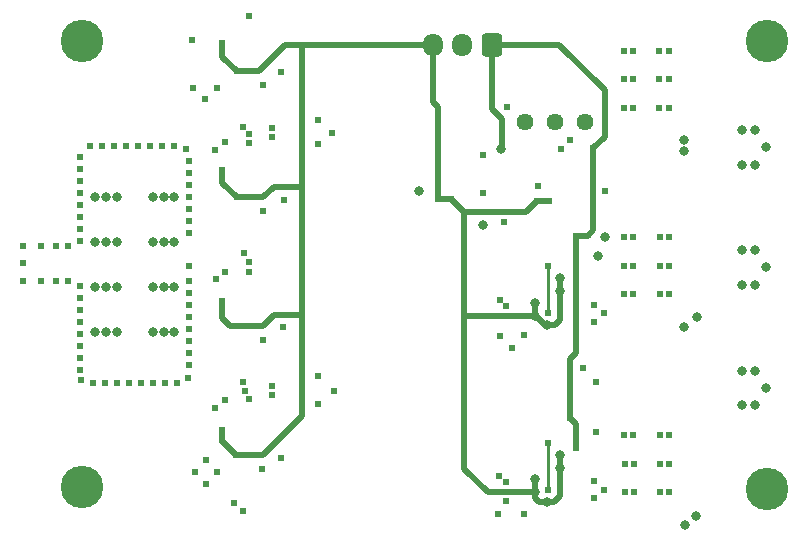
<source format=gbr>
%TF.GenerationSoftware,KiCad,Pcbnew,(6.0.2)*%
%TF.CreationDate,2022-05-06T23:20:48+08:00*%
%TF.ProjectId,NoiseAMP_V2.3,4e6f6973-6541-44d5-905f-56322e332e6b,rev?*%
%TF.SameCoordinates,Original*%
%TF.FileFunction,Copper,L3,Inr*%
%TF.FilePolarity,Positive*%
%FSLAX46Y46*%
G04 Gerber Fmt 4.6, Leading zero omitted, Abs format (unit mm)*
G04 Created by KiCad (PCBNEW (6.0.2)) date 2022-05-06 23:20:48*
%MOMM*%
%LPD*%
G01*
G04 APERTURE LIST*
G04 Aperture macros list*
%AMRoundRect*
0 Rectangle with rounded corners*
0 $1 Rounding radius*
0 $2 $3 $4 $5 $6 $7 $8 $9 X,Y pos of 4 corners*
0 Add a 4 corners polygon primitive as box body*
4,1,4,$2,$3,$4,$5,$6,$7,$8,$9,$2,$3,0*
0 Add four circle primitives for the rounded corners*
1,1,$1+$1,$2,$3*
1,1,$1+$1,$4,$5*
1,1,$1+$1,$6,$7*
1,1,$1+$1,$8,$9*
0 Add four rect primitives between the rounded corners*
20,1,$1+$1,$2,$3,$4,$5,0*
20,1,$1+$1,$4,$5,$6,$7,0*
20,1,$1+$1,$6,$7,$8,$9,0*
20,1,$1+$1,$8,$9,$2,$3,0*%
G04 Aperture macros list end*
%TA.AperFunction,ComponentPad*%
%ADD10C,3.600000*%
%TD*%
%TA.AperFunction,ComponentPad*%
%ADD11C,1.440000*%
%TD*%
%TA.AperFunction,ComponentPad*%
%ADD12RoundRect,0.250000X0.600000X0.725000X-0.600000X0.725000X-0.600000X-0.725000X0.600000X-0.725000X0*%
%TD*%
%TA.AperFunction,ComponentPad*%
%ADD13O,1.700000X1.950000*%
%TD*%
%TA.AperFunction,ViaPad*%
%ADD14C,0.603000*%
%TD*%
%TA.AperFunction,ViaPad*%
%ADD15C,0.800000*%
%TD*%
%TA.AperFunction,Conductor*%
%ADD16C,0.500000*%
%TD*%
%TA.AperFunction,Conductor*%
%ADD17C,0.250000*%
%TD*%
G04 APERTURE END LIST*
D10*
%TO.N,N/C*%
%TO.C,H1*%
X116789200Y-79123000D03*
%TD*%
%TO.N,N/C*%
%TO.C,H3*%
X174747228Y-79044800D03*
%TD*%
%TO.N,N/C*%
%TO.C,H4*%
X174747228Y-116990259D03*
%TD*%
D11*
%TO.N,Net-(R2-Pad2)*%
%TO.C,RV1*%
X154295000Y-85933478D03*
%TO.N,Net-(R22-Pad2)*%
X156835000Y-85933478D03*
X159375000Y-85933478D03*
%TD*%
D10*
%TO.N,N/C*%
%TO.C,H2*%
X116789200Y-116842000D03*
%TD*%
D12*
%TO.N,VDD*%
%TO.C,J1*%
X151471000Y-79392000D03*
D13*
%TO.N,GND*%
X148971000Y-79392000D03*
%TO.N,VSS*%
X146471000Y-79392000D03*
%TD*%
D14*
%TO.N,Net-(R22-Pad2)*%
X161036000Y-91744800D03*
%TO.N,Net-(C3-Pad1)*%
X150739500Y-91957500D03*
X150749000Y-88773000D03*
%TO.N,GND*%
X152781000Y-84709000D03*
X157302200Y-88188800D03*
X158117600Y-87452200D03*
X152527000Y-94411800D03*
X160121600Y-102870000D03*
X160985200Y-102108000D03*
X160121600Y-101422200D03*
X160121600Y-117779800D03*
X160934400Y-117094000D03*
X160121600Y-116332000D03*
X154203400Y-104013000D03*
X154178000Y-119126000D03*
X152690990Y-118073010D03*
X152019000Y-119126000D03*
X152682000Y-116456400D03*
X152095200Y-115951000D03*
X160299400Y-112191800D03*
X160274000Y-107950000D03*
X159181800Y-106807000D03*
X152146000Y-104038400D03*
X153212800Y-105054400D03*
X152682000Y-101521200D03*
X152146000Y-100990400D03*
%TO.N,VDD*%
X158597600Y-113538000D03*
X158089600Y-110185200D03*
X158089600Y-110998000D03*
X158597600Y-98552000D03*
D15*
%TO.N,VSS*%
X156108400Y-103124000D03*
X155143200Y-102362000D03*
X155143200Y-101244400D03*
X157226000Y-100228400D03*
X157226000Y-99161600D03*
X157243520Y-115220567D03*
X157226000Y-114147600D03*
X156108400Y-118110000D03*
X155143200Y-117297200D03*
X155143200Y-116179600D03*
D14*
%TO.N,Net-(C38-Pad2)*%
X156210000Y-113157000D03*
X156210000Y-117094000D03*
%TO.N,Net-(C17-Pad2)*%
X156210000Y-98171000D03*
X156210000Y-102108000D03*
%TO.N,Net-(C10-Pad1)*%
X166471600Y-79918230D03*
X166471600Y-82305830D03*
X165658800Y-82305830D03*
X165658800Y-79918230D03*
X166471600Y-84744230D03*
X165658800Y-84744230D03*
%TO.N,Net-(C10-Pad2)*%
X162661600Y-79918230D03*
X163423600Y-82305830D03*
X163423600Y-79918230D03*
X163423600Y-84744230D03*
X162661600Y-84744230D03*
X162661600Y-82305830D03*
D15*
%TO.N,Net-(C14-Pad1)*%
X117842696Y-96138999D03*
X118807896Y-99948999D03*
X119747696Y-96138999D03*
X117842696Y-92328999D03*
X118807896Y-92328999D03*
X118807896Y-96138999D03*
X119747696Y-99948999D03*
X117842696Y-99948999D03*
X119747696Y-103758999D03*
X117842696Y-103758999D03*
X118807896Y-103758999D03*
X119747696Y-92328999D03*
%TO.N,Net-(C14-Pad2)*%
X124573696Y-96138999D03*
X124573696Y-103758999D03*
X122795696Y-92328999D03*
X122795696Y-103758999D03*
X123684696Y-92328999D03*
X122795696Y-99948999D03*
X123684696Y-99948999D03*
X123684696Y-96138999D03*
X122795696Y-96138999D03*
X124573696Y-99948999D03*
X124573696Y-92328999D03*
X123684696Y-103758999D03*
D14*
%TO.N,Net-(C16-Pad1)*%
X165709600Y-95707200D03*
X166471600Y-95707200D03*
X165709600Y-98094800D03*
X166471600Y-98094800D03*
X166471600Y-100533200D03*
X165709600Y-100533200D03*
%TO.N,Net-(C16-Pad2)*%
X162661600Y-95707200D03*
X162661600Y-100533200D03*
X162661600Y-98094800D03*
X163423600Y-100533200D03*
X163423600Y-98094800D03*
X163423600Y-95707200D03*
%TO.N,GND*%
X130364896Y-86372096D03*
X130876896Y-76996704D03*
X118731696Y-108076999D03*
X133807200Y-103276400D03*
X119493696Y-88010999D03*
X128190001Y-115548399D03*
X116572696Y-104901999D03*
X123557696Y-88010999D03*
X113258600Y-99366600D03*
X116572696Y-101853999D03*
X116572696Y-105917999D03*
X136794896Y-109845496D03*
D15*
X172618400Y-106984800D03*
D14*
X116572696Y-100837999D03*
X130886200Y-109372400D03*
X137920001Y-86869999D03*
X116572696Y-93979999D03*
X138123201Y-108688599D03*
D15*
X167767000Y-103301800D03*
X172618400Y-109931200D03*
D14*
X120509696Y-88010999D03*
X126317999Y-115548399D03*
X116699696Y-107822999D03*
X125843696Y-98133504D03*
X115622600Y-96416600D03*
X116572696Y-102869999D03*
X116572696Y-91947999D03*
D15*
X168747912Y-119294112D03*
D14*
X130872896Y-98641504D03*
X125843696Y-104520999D03*
X125843696Y-101472999D03*
X136794896Y-87798296D03*
X116572696Y-90931999D03*
D15*
X172618400Y-99720400D03*
D14*
X126111000Y-78994000D03*
X130454400Y-97053400D03*
X130876896Y-86953504D03*
X127240696Y-114591496D03*
X125843696Y-106552999D03*
X116572696Y-89915999D03*
X127240696Y-116572696D03*
X126136400Y-83032600D03*
X125843696Y-102488999D03*
X114577600Y-99366600D03*
D15*
X173736000Y-99720400D03*
X174701200Y-108458000D03*
X174701200Y-88087200D03*
D14*
X128144199Y-99238999D03*
X111758600Y-96418400D03*
X125843696Y-93344999D03*
X121525696Y-88010999D03*
X122541696Y-88010999D03*
D15*
X150723600Y-94691200D03*
D14*
X111758600Y-99364800D03*
X128168400Y-83032600D03*
D15*
X173736000Y-106984800D03*
D14*
X118477696Y-88010999D03*
X133654800Y-81711800D03*
X125602396Y-88252299D03*
X124573696Y-88010999D03*
X128045999Y-110138999D03*
D15*
X172618400Y-86614000D03*
D14*
X116572696Y-99821999D03*
X116572696Y-92963999D03*
X124827696Y-108076999D03*
X125843696Y-103504999D03*
D15*
X173736000Y-96774000D03*
D14*
X130364896Y-118885304D03*
X125843696Y-91312999D03*
X125843696Y-100456999D03*
X114606600Y-96416600D03*
X129667000Y-118237000D03*
X116572696Y-88899999D03*
X125843696Y-105536999D03*
D15*
X173736000Y-86614000D03*
X145262600Y-91770200D03*
D14*
X130581400Y-108686600D03*
X113258600Y-96416600D03*
X125843696Y-90296999D03*
X120763696Y-108076999D03*
X136794896Y-107451504D03*
X119747696Y-108076999D03*
X125843696Y-94360999D03*
D15*
X160477200Y-97282000D03*
D14*
X125780800Y-107645200D03*
X130886200Y-97815400D03*
D15*
X167767000Y-88392000D03*
D14*
X117715696Y-108076999D03*
X130876896Y-87690104D03*
D15*
X172618400Y-89560400D03*
D14*
X117461696Y-88010999D03*
X127189896Y-83984496D03*
X125843696Y-92328999D03*
X122795696Y-108076999D03*
X111758600Y-97891600D03*
X128844896Y-87664704D03*
X125843696Y-89280999D03*
X128840896Y-109512704D03*
D15*
X172618400Y-96774000D03*
D14*
X116572696Y-106933999D03*
X125843696Y-95376999D03*
X136794896Y-85791696D03*
D15*
X174701200Y-98247200D03*
D14*
X121779696Y-108076999D03*
X128840896Y-98614896D03*
D15*
X167767000Y-87452200D03*
D14*
X155409900Y-91351100D03*
X123811696Y-108076999D03*
D15*
X161086800Y-95656400D03*
D14*
X115619000Y-99366600D03*
D15*
X168833800Y-102489000D03*
D14*
X133654800Y-114350800D03*
X130364896Y-107988704D03*
X133832600Y-92583000D03*
D15*
X173736000Y-89560400D03*
D14*
X125843696Y-99440999D03*
X116572696Y-96011999D03*
D15*
X173736000Y-109931200D03*
X167792400Y-120091200D03*
D14*
X116572696Y-103885999D03*
X116572696Y-94995999D03*
X128071399Y-88294999D03*
%TO.N,Net-(C37-Pad1)*%
X165709600Y-114909600D03*
X165709600Y-117297200D03*
X166471600Y-114909600D03*
X165709600Y-112471200D03*
X166471600Y-117297200D03*
X166471600Y-112471200D03*
%TO.N,Net-(C37-Pad2)*%
X162712400Y-117297200D03*
X163423600Y-112471200D03*
X163474400Y-117297200D03*
X163474400Y-114909600D03*
X162712400Y-114909600D03*
X162661600Y-112471200D03*
%TO.N,VDD*%
X160045400Y-88163400D03*
X132066696Y-104393999D03*
X132066696Y-82778599D03*
X132041296Y-115315999D03*
X158572200Y-96393000D03*
X132828696Y-108330999D03*
X160045400Y-88925400D03*
X132066696Y-93497399D03*
X158572200Y-95554800D03*
X132828696Y-109092999D03*
X132828696Y-86486999D03*
X132828696Y-87248999D03*
D15*
X152273000Y-88239600D03*
D14*
%TO.N,VSS*%
X129870200Y-81635600D03*
X147980400Y-92430600D03*
X128637696Y-112013999D03*
X128637696Y-101091999D03*
X156337000Y-92633800D03*
X128637696Y-101980999D03*
X129870200Y-92303600D03*
X146913600Y-92430600D03*
X130810000Y-81635600D03*
X130886200Y-92329000D03*
X128637696Y-80263999D03*
X129870200Y-103225600D03*
X128637696Y-79247999D03*
X130835400Y-103225600D03*
X130860800Y-114173000D03*
X128637696Y-90931999D03*
X128637696Y-112902999D03*
X155295600Y-92633800D03*
X128637696Y-90042999D03*
X129819400Y-114173000D03*
%TD*%
D16*
%TO.N,VDD*%
X158597600Y-111506000D02*
X158089600Y-110998000D01*
X158597600Y-113538000D02*
X158597600Y-111506000D01*
X158089600Y-106019600D02*
X158089600Y-110998000D01*
X158597600Y-105511600D02*
X158089600Y-106019600D01*
X158597600Y-98552000D02*
X158597600Y-105511600D01*
X158572200Y-98526600D02*
X158597600Y-98552000D01*
X158572200Y-96393000D02*
X158572200Y-98526600D01*
%TO.N,VSS*%
X157226000Y-102717600D02*
X157226000Y-99161600D01*
X156819600Y-103124000D02*
X157226000Y-102717600D01*
X156108400Y-103124000D02*
X156819600Y-103124000D01*
X156768800Y-118110000D02*
X157243520Y-117635280D01*
X157243520Y-117635280D02*
X157243520Y-115220567D01*
X156108400Y-118110000D02*
X156768800Y-118110000D01*
X157226000Y-114147600D02*
X157226000Y-115203047D01*
X157226000Y-115203047D02*
X157243520Y-115220567D01*
X155244800Y-102362000D02*
X155143200Y-102362000D01*
X156108400Y-103124000D02*
X156006800Y-103124000D01*
X156006800Y-103124000D02*
X155244800Y-102362000D01*
X155143200Y-101244400D02*
X155143200Y-102362000D01*
X155143200Y-102362000D02*
X149148800Y-102362000D01*
X149148800Y-102362000D02*
X149123400Y-102387400D01*
X149123400Y-102387400D02*
X149123400Y-115316000D01*
X149123400Y-93573600D02*
X149123400Y-102387400D01*
X155143200Y-117297200D02*
X155143200Y-116179600D01*
X155498800Y-118110000D02*
X156108400Y-118110000D01*
X155143200Y-117754400D02*
X155498800Y-118110000D01*
X155143200Y-117297200D02*
X155143200Y-117754400D01*
X151104600Y-117297200D02*
X155143200Y-117297200D01*
X149123400Y-115316000D02*
X151104600Y-117297200D01*
D17*
%TO.N,Net-(C38-Pad2)*%
X156210000Y-117094000D02*
X156210000Y-113157000D01*
%TO.N,Net-(C17-Pad2)*%
X156210000Y-102108000D02*
X156210000Y-98171000D01*
D16*
%TO.N,VDD*%
X161010600Y-87198200D02*
X160045400Y-88163400D01*
X151471000Y-79392000D02*
X157192200Y-79392000D01*
X151471000Y-79392000D02*
X151471000Y-84846800D01*
X159588200Y-95554800D02*
X160045400Y-95097600D01*
X151471000Y-84846800D02*
X152298400Y-85674200D01*
X152298400Y-85674200D02*
X152298400Y-88214200D01*
X161010600Y-83210400D02*
X161010600Y-87198200D01*
X160045400Y-95097600D02*
X160045400Y-88163400D01*
X157192200Y-79392000D02*
X161010600Y-83210400D01*
X152298400Y-88214200D02*
X152273000Y-88239600D01*
X158572200Y-95554800D02*
X159588200Y-95554800D01*
X158572200Y-96393000D02*
X158572200Y-95554800D01*
%TO.N,VSS*%
X135407400Y-89382600D02*
X135407400Y-79502000D01*
X128637696Y-112991296D02*
X129819400Y-114173000D01*
X132130800Y-92329000D02*
X132994400Y-91465400D01*
X146913600Y-92430600D02*
X146913600Y-84658200D01*
X129336800Y-103225600D02*
X129870200Y-103225600D01*
X130860800Y-114173000D02*
X132054600Y-114173000D01*
X130810000Y-81635600D02*
X131749800Y-81635600D01*
X135407400Y-102412800D02*
X135407400Y-101091999D01*
X132994400Y-102311200D02*
X135305800Y-102311200D01*
X131749800Y-81635600D02*
X133993400Y-79392000D01*
X135407400Y-91465400D02*
X135407400Y-101091999D01*
X154355800Y-93573600D02*
X149123400Y-93573600D01*
X129870200Y-103225600D02*
X132080000Y-103225600D01*
X128637696Y-112902999D02*
X128637696Y-112991296D01*
X128637696Y-101091999D02*
X128637696Y-101980999D01*
X135407400Y-79502000D02*
X135297400Y-79392000D01*
X146913600Y-84658200D02*
X146471000Y-84215600D01*
X128637696Y-90931999D02*
X128637696Y-91071096D01*
X135305800Y-102311200D02*
X135407400Y-102412800D01*
X147980400Y-92430600D02*
X146913600Y-92430600D01*
X128637696Y-90042999D02*
X128637696Y-90931999D01*
X130886200Y-92329000D02*
X132130800Y-92329000D01*
X135407400Y-110820200D02*
X135407400Y-102412800D01*
X128637696Y-79247999D02*
X128637696Y-80263999D01*
X128637696Y-91071096D02*
X129870200Y-92303600D01*
X146471000Y-84215600D02*
X146471000Y-79392000D01*
X128637696Y-101980999D02*
X128637696Y-102526496D01*
X128637696Y-80263999D02*
X128637696Y-80403096D01*
X135407400Y-89382600D02*
X135407400Y-91465400D01*
X128637696Y-80403096D02*
X129870200Y-81635600D01*
X128637696Y-102526496D02*
X129336800Y-103225600D01*
X129870200Y-81635600D02*
X130810000Y-81635600D01*
X129819400Y-114173000D02*
X130860800Y-114173000D01*
X155295600Y-92633800D02*
X154355800Y-93573600D01*
X132080000Y-103225600D02*
X132994400Y-102311200D01*
X146471000Y-79392000D02*
X135297400Y-79392000D01*
X128637696Y-112013999D02*
X128637696Y-112902999D01*
X132994400Y-91465400D02*
X135407400Y-91465400D01*
X155295600Y-92633800D02*
X156337000Y-92633800D01*
X129870200Y-92303600D02*
X130860800Y-92303600D01*
X133993400Y-79392000D02*
X135297400Y-79392000D01*
X149123400Y-93573600D02*
X147980400Y-92430600D01*
X130860800Y-92303600D02*
X130886200Y-92329000D01*
X132054600Y-114173000D02*
X135407400Y-110820200D01*
%TD*%
M02*

</source>
